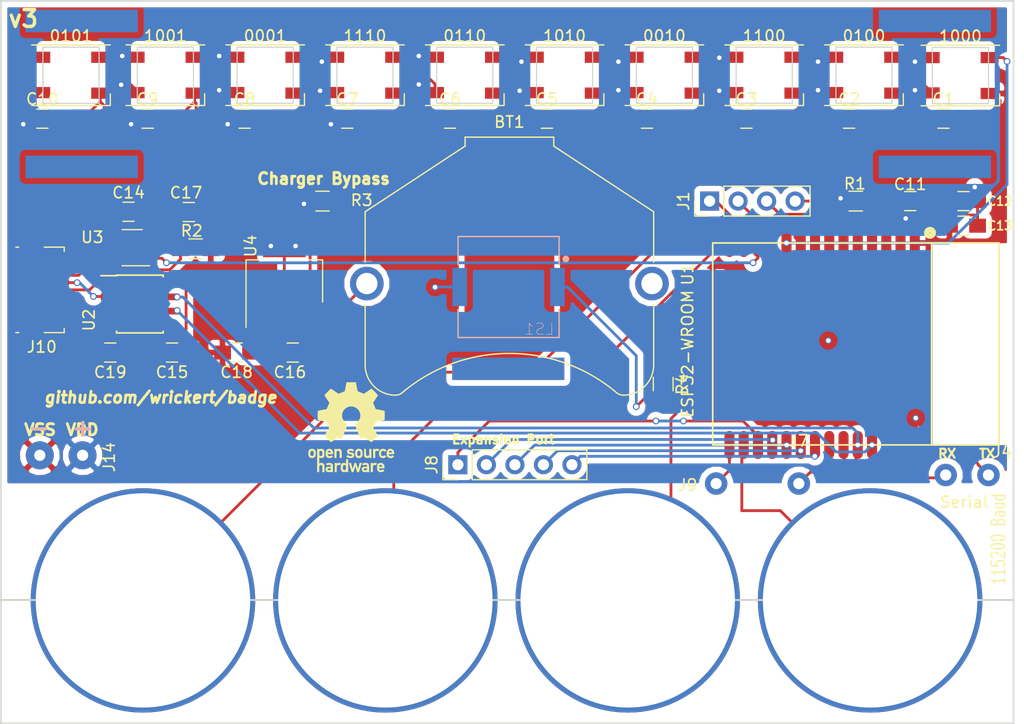
<source format=kicad_pcb>
(kicad_pcb (version 20171130) (host pcbnew 5.0.1)
  (layers (0 F.Cu signal) (31 B.Cu signal) (34 B.Paste user) (35 F.Paste user) (36 B.SilkS user) (37 F.SilkS user) (38 B.Mask user) (39 F.Mask user) (44 Edge.Cuts user))
  (net 0 "")
  (net 1 VDD)
  (net 2 VSS)
  (net 3 SPI)
  (net 4 "Net-(LED1-Pad2)")
  (net 5 "Net-(LED2-Pad2)")
  (net 6 "Net-(LED3-Pad2)")
  (net 7 "Net-(LED4-Pad2)")
  (net 8 "Net-(LED5-Pad2)")
  (net 9 "Net-(LED6-Pad2)")
  (net 10 "Net-(LED7-Pad2)")
  (net 11 "Net-(LED8-Pad2)")
  (net 12 "Net-(LED10-Pad4)")
  (net 13 "Net-(LED10-Pad2)")
  (net 14 IO23)
  (net 15 IO22)
  (net 16 TX)
  (net 17 RX)
  (net 18 IO21)
  (net 19 "Net-(U1-Pad32)")
  (net 20 IO19)
  (net 21 IO18)
  (net 22 IO5)
  (net 23 IO17)
  (net 24 IO16)
  (net 25 P0)
  (net 26 IO0)
  (net 27 P3)
  (net 28 IO13)
  (net 29 P1)
  (net 30 IO27)
  (net 31 IO33)
  (net 32 IO32)
  (net 33 IO35)
  (net 34 IO34)
  (net 35 "Net-(C11-Pad1)")
  (net 36 P2)
  (net 37 VDDA)
  (net 38 VBUS)
  (net 39 "Net-(C15-Pad1)")
  (net 40 "Net-(J10-Pad2)")
  (net 41 "Net-(R2-Pad1)")
  (net 42 "Net-(U1-Pad22)")
  (net 43 "Net-(U1-Pad21)")
  (net 44 "Net-(U1-Pad20)")
  (net 45 "Net-(U1-Pad19)")
  (net 46 "Net-(U1-Pad18)")
  (net 47 "Net-(U1-Pad17)")
  (net 48 "Net-(U1-Pad11)")
  (net 49 "Net-(U1-Pad5)")
  (net 50 "Net-(U1-Pad4)")
  (net 51 "Net-(J10-Pad3)")
  (net 52 "Net-(U2-Pad4)")
  (net 53 "Net-(J10-Pad4)")
  (net 54 "Net-(LS1-Pad1)")
  (module Housings_SOIC:SOIC-8_3.9x4.9mm_Pitch1.27mm (layer F.Cu) (at 93.706 115.82)
    (fp_text reference U2 (at -4.536 1.427 90) (layer F.SilkS))
    (fp_text value otter_CH330)
    (pad 8 smd rect (at 2.7 -1.905) (size 1.55 0.6) (layers F.Cu F.Paste F.Mask) (net 39 "Net-(C15-Pad1)"))
    (pad 7 smd rect (at 2.7 -0.635) (size 1.55 0.6) (layers F.Cu F.Paste F.Mask) (net 17 RX))
    (pad 6 smd rect (at 2.7 0.635) (size 1.55 0.6) (layers F.Cu F.Paste F.Mask) (net 16 TX))
    (pad 5 smd rect (at 2.7 1.905) (size 1.55 0.6) (layers F.Cu F.Paste F.Mask) (net 38 VBUS))
    (pad 4 smd rect (at -2.7 1.905) (size 1.55 0.6) (layers F.Cu F.Paste F.Mask) (net 52 "Net-(U2-Pad4)"))
    (pad 3 smd rect (at -2.7 0.635) (size 1.55 0.6) (layers F.Cu F.Paste F.Mask) (net 2 VSS))
    (pad 2 smd rect (at -2.7 -0.635) (size 1.55 0.6) (layers F.Cu F.Paste F.Mask) (net 40 "Net-(J10-Pad2)"))
    (pad 1 smd rect (at -2.7 -1.905) (size 1.55 0.6) (layers F.Cu F.Paste F.Mask) (net 51 "Net-(J10-Pad3)"))
  )
  (module Badge:WS2812B-Sunken (layer F.Cu) (at 87.57 95.428576)
    (fp_text reference 0101 (at 0 -3.5) (layer F.SilkS))
    (fp_text value WS2812B)
    (fp_line (start 2.5 -2.5) (end -2.5 -2.5) (layer Edge.Cuts) (width 0.1))
    (fp_line (start 2.5 2.5) (end 2.5 -2.5) (layer Edge.Cuts) (width 0.1))
    (fp_line (start -2.5 2.5) (end 2.5 2.5) (layer Edge.Cuts) (width 0.1))
    (fp_line (start -2.5 -2.5) (end -2.5 2.5) (layer Edge.Cuts) (width 0.1))
    (pad 1 smd rect (at -2.65 -1.6) (size 1.6 1) (layers F.Cu F.Paste F.Mask) (net 1 VDD))
    (pad 2 smd rect (at -2.65 1.55) (size 1.6 1) (layers F.Cu F.Paste F.Mask) (net 13 "Net-(LED10-Pad2)"))
    (pad 4 smd rect (at 2.6 -1.6) (size 1.6 1) (layers F.Cu F.Paste F.Mask) (net 12 "Net-(LED10-Pad4)"))
    (pad 3 smd rect (at 2.6 1.6) (size 1.6 1) (layers F.Cu F.Paste F.Mask) (net 2 VSS))
  )
  (module Badge:WS2812B-Sunken (layer F.Cu) (at 104.865 95.425576)
    (fp_text reference 0001 (at 0 -3.5) (layer F.SilkS))
    (fp_text value WS2812B)
    (fp_line (start 2.5 -2.5) (end -2.5 -2.5) (layer Edge.Cuts) (width 0.1))
    (fp_line (start 2.5 2.5) (end 2.5 -2.5) (layer Edge.Cuts) (width 0.1))
    (fp_line (start -2.5 2.5) (end 2.5 2.5) (layer Edge.Cuts) (width 0.1))
    (fp_line (start -2.5 -2.5) (end -2.5 2.5) (layer Edge.Cuts) (width 0.1))
    (pad 1 smd rect (at -2.65 -1.6) (size 1.6 1) (layers F.Cu F.Paste F.Mask) (net 1 VDD))
    (pad 2 smd rect (at -2.65 1.55) (size 1.6 1) (layers F.Cu F.Paste F.Mask) (net 11 "Net-(LED8-Pad2)"))
    (pad 4 smd rect (at 2.6 -1.6) (size 1.6 1) (layers F.Cu F.Paste F.Mask) (net 10 "Net-(LED7-Pad2)"))
    (pad 3 smd rect (at 2.6 1.6) (size 1.6 1) (layers F.Cu F.Paste F.Mask) (net 2 VSS))
  )
  (module Badge:WS2812B-Sunken (layer F.Cu) (at 158.205 95.425576)
    (fp_text reference 0100 (at 0 -3.5) (layer F.SilkS))
    (fp_text value WS2812B)
    (fp_line (start 2.5 -2.5) (end -2.5 -2.5) (layer Edge.Cuts) (width 0.1))
    (fp_line (start 2.5 2.5) (end 2.5 -2.5) (layer Edge.Cuts) (width 0.1))
    (fp_line (start -2.5 2.5) (end 2.5 2.5) (layer Edge.Cuts) (width 0.1))
    (fp_line (start -2.5 -2.5) (end -2.5 2.5) (layer Edge.Cuts) (width 0.1))
    (pad 1 smd rect (at -2.65 -1.6) (size 1.6 1) (layers F.Cu F.Paste F.Mask) (net 1 VDD))
    (pad 2 smd rect (at -2.65 1.55) (size 1.6 1) (layers F.Cu F.Paste F.Mask) (net 5 "Net-(LED2-Pad2)"))
    (pad 4 smd rect (at 2.6 -1.6) (size 1.6 1) (layers F.Cu F.Paste F.Mask) (net 4 "Net-(LED1-Pad2)"))
    (pad 3 smd rect (at 2.6 1.6) (size 1.6 1) (layers F.Cu F.Paste F.Mask) (net 2 VSS))
  )
  (module Badge:WS2812B-Sunken (layer F.Cu) (at 166.795 95.453576)
    (fp_text reference 1000 (at 0 -3.5) (layer F.SilkS))
    (fp_text value WS2812B)
    (fp_line (start 2.5 -2.5) (end -2.5 -2.5) (layer Edge.Cuts) (width 0.1))
    (fp_line (start 2.5 2.5) (end 2.5 -2.5) (layer Edge.Cuts) (width 0.1))
    (fp_line (start -2.5 2.5) (end 2.5 2.5) (layer Edge.Cuts) (width 0.1))
    (fp_line (start -2.5 -2.5) (end -2.5 2.5) (layer Edge.Cuts) (width 0.1))
    (pad 1 smd rect (at -2.65 -1.6) (size 1.6 1) (layers F.Cu F.Paste F.Mask) (net 1 VDD))
    (pad 2 smd rect (at -2.65 1.55) (size 1.6 1) (layers F.Cu F.Paste F.Mask) (net 4 "Net-(LED1-Pad2)"))
    (pad 4 smd rect (at 2.6 -1.6) (size 1.6 1) (layers F.Cu F.Paste F.Mask) (net 3 SPI))
    (pad 3 smd rect (at 2.6 1.6) (size 1.6 1) (layers F.Cu F.Paste F.Mask) (net 2 VSS))
  )
  (module Badge:WS2812B-Sunken (layer F.Cu) (at 149.315 95.425576)
    (fp_text reference 1100 (at 0 -3.5) (layer F.SilkS))
    (fp_text value WS2812B)
    (fp_line (start 2.5 -2.5) (end -2.5 -2.5) (layer Edge.Cuts) (width 0.1))
    (fp_line (start 2.5 2.5) (end 2.5 -2.5) (layer Edge.Cuts) (width 0.1))
    (fp_line (start -2.5 2.5) (end 2.5 2.5) (layer Edge.Cuts) (width 0.1))
    (fp_line (start -2.5 -2.5) (end -2.5 2.5) (layer Edge.Cuts) (width 0.1))
    (pad 1 smd rect (at -2.65 -1.6) (size 1.6 1) (layers F.Cu F.Paste F.Mask) (net 1 VDD))
    (pad 2 smd rect (at -2.65 1.55) (size 1.6 1) (layers F.Cu F.Paste F.Mask) (net 6 "Net-(LED3-Pad2)"))
    (pad 4 smd rect (at 2.6 -1.6) (size 1.6 1) (layers F.Cu F.Paste F.Mask) (net 5 "Net-(LED2-Pad2)"))
    (pad 3 smd rect (at 2.6 1.6) (size 1.6 1) (layers F.Cu F.Paste F.Mask) (net 2 VSS))
  )
  (module Badge:WS2812B-Sunken (layer F.Cu) (at 140.425 95.425576)
    (fp_text reference 0010 (at 0 -3.5) (layer F.SilkS))
    (fp_text value WS2812B)
    (fp_line (start 2.5 -2.5) (end -2.5 -2.5) (layer Edge.Cuts) (width 0.1))
    (fp_line (start 2.5 2.5) (end 2.5 -2.5) (layer Edge.Cuts) (width 0.1))
    (fp_line (start -2.5 2.5) (end 2.5 2.5) (layer Edge.Cuts) (width 0.1))
    (fp_line (start -2.5 -2.5) (end -2.5 2.5) (layer Edge.Cuts) (width 0.1))
    (pad 1 smd rect (at -2.65 -1.6) (size 1.6 1) (layers F.Cu F.Paste F.Mask) (net 1 VDD))
    (pad 2 smd rect (at -2.65 1.55) (size 1.6 1) (layers F.Cu F.Paste F.Mask) (net 7 "Net-(LED4-Pad2)"))
    (pad 4 smd rect (at 2.6 -1.6) (size 1.6 1) (layers F.Cu F.Paste F.Mask) (net 6 "Net-(LED3-Pad2)"))
    (pad 3 smd rect (at 2.6 1.6) (size 1.6 1) (layers F.Cu F.Paste F.Mask) (net 2 VSS))
  )
  (module Badge:WS2812B-Sunken (layer F.Cu) (at 131.535 95.425576)
    (fp_text reference 1010 (at 0 -3.5) (layer F.SilkS))
    (fp_text value WS2812B)
    (fp_line (start 2.5 -2.5) (end -2.5 -2.5) (layer Edge.Cuts) (width 0.1))
    (fp_line (start 2.5 2.5) (end 2.5 -2.5) (layer Edge.Cuts) (width 0.1))
    (fp_line (start -2.5 2.5) (end 2.5 2.5) (layer Edge.Cuts) (width 0.1))
    (fp_line (start -2.5 -2.5) (end -2.5 2.5) (layer Edge.Cuts) (width 0.1))
    (pad 1 smd rect (at -2.65 -1.6) (size 1.6 1) (layers F.Cu F.Paste F.Mask) (net 1 VDD))
    (pad 2 smd rect (at -2.65 1.55) (size 1.6 1) (layers F.Cu F.Paste F.Mask) (net 8 "Net-(LED5-Pad2)"))
    (pad 4 smd rect (at 2.6 -1.6) (size 1.6 1) (layers F.Cu F.Paste F.Mask) (net 7 "Net-(LED4-Pad2)"))
    (pad 3 smd rect (at 2.6 1.6) (size 1.6 1) (layers F.Cu F.Paste F.Mask) (net 2 VSS))
  )
  (module Badge:WS2812B-Sunken (layer F.Cu) (at 122.645 95.425576)
    (fp_text reference 0110 (at 0 -3.5) (layer F.SilkS))
    (fp_text value WS2812B)
    (fp_line (start 2.5 -2.5) (end -2.5 -2.5) (layer Edge.Cuts) (width 0.1))
    (fp_line (start 2.5 2.5) (end 2.5 -2.5) (layer Edge.Cuts) (width 0.1))
    (fp_line (start -2.5 2.5) (end 2.5 2.5) (layer Edge.Cuts) (width 0.1))
    (fp_line (start -2.5 -2.5) (end -2.5 2.5) (layer Edge.Cuts) (width 0.1))
    (pad 1 smd rect (at -2.65 -1.6) (size 1.6 1) (layers F.Cu F.Paste F.Mask) (net 1 VDD))
    (pad 2 smd rect (at -2.65 1.55) (size 1.6 1) (layers F.Cu F.Paste F.Mask) (net 9 "Net-(LED6-Pad2)"))
    (pad 4 smd rect (at 2.6 -1.6) (size 1.6 1) (layers F.Cu F.Paste F.Mask) (net 8 "Net-(LED5-Pad2)"))
    (pad 3 smd rect (at 2.6 1.6) (size 1.6 1) (layers F.Cu F.Paste F.Mask) (net 2 VSS))
  )
  (module Badge:WS2812B-Sunken (layer F.Cu) (at 113.755 95.425576)
    (fp_text reference 1110 (at 0 -3.5) (layer F.SilkS))
    (fp_text value WS2812B)
    (fp_line (start 2.5 -2.5) (end -2.5 -2.5) (layer Edge.Cuts) (width 0.1))
    (fp_line (start 2.5 2.5) (end 2.5 -2.5) (layer Edge.Cuts) (width 0.1))
    (fp_line (start -2.5 2.5) (end 2.5 2.5) (layer Edge.Cuts) (width 0.1))
    (fp_line (start -2.5 -2.5) (end -2.5 2.5) (layer Edge.Cuts) (width 0.1))
    (pad 1 smd rect (at -2.65 -1.6) (size 1.6 1) (layers F.Cu F.Paste F.Mask) (net 1 VDD))
    (pad 2 smd rect (at -2.65 1.55) (size 1.6 1) (layers F.Cu F.Paste F.Mask) (net 10 "Net-(LED7-Pad2)"))
    (pad 4 smd rect (at 2.6 -1.6) (size 1.6 1) (layers F.Cu F.Paste F.Mask) (net 9 "Net-(LED6-Pad2)"))
    (pad 3 smd rect (at 2.6 1.6) (size 1.6 1) (layers F.Cu F.Paste F.Mask) (net 2 VSS))
  )
  (module Badge:WS2812B-Sunken (layer F.Cu) (at 95.975 95.425576)
    (fp_text reference 1001 (at 0 -3.5) (layer F.SilkS))
    (fp_text value WS2812B)
    (fp_line (start 2.5 -2.5) (end -2.5 -2.5) (layer Edge.Cuts) (width 0.1))
    (fp_line (start 2.5 2.5) (end 2.5 -2.5) (layer Edge.Cuts) (width 0.1))
    (fp_line (start -2.5 2.5) (end 2.5 2.5) (layer Edge.Cuts) (width 0.1))
    (fp_line (start -2.5 -2.5) (end -2.5 2.5) (layer Edge.Cuts) (width 0.1))
    (pad 1 smd rect (at -2.65 -1.6) (size 1.6 1) (layers F.Cu F.Paste F.Mask) (net 1 VDD))
    (pad 2 smd rect (at -2.65 1.55) (size 1.6 1) (layers F.Cu F.Paste F.Mask) (net 12 "Net-(LED10-Pad4)"))
    (pad 4 smd rect (at 2.6 -1.6) (size 1.6 1) (layers F.Cu F.Paste F.Mask) (net 11 "Net-(LED8-Pad2)"))
    (pad 3 smd rect (at 2.6 1.6) (size 1.6 1) (layers F.Cu F.Paste F.Mask) (net 2 VSS))
  )
  (module ESP32-footprints-Lib:ESP32-WROOM (layer F.Cu) (at 157.48 119.38 90)
    (fp_text reference U1 (at 6.223 -14.986 90) (layer F.SilkS))
    (fp_text value ESP32-WROOM)
    (fp_text user ESP32-WROOM (at -0.889 -14.986 270) (layer F.SilkS))
    (pad 38 smd oval (at -9 5.25 90) (size 2.5 0.9) (layers F.Cu F.Paste F.Mask) (net 2 VSS))
    (pad 37 smd oval (at -9 3.98 90) (size 2.5 0.9) (layers F.Cu F.Paste F.Mask) (net 14 IO23))
    (pad 36 smd oval (at -9 2.71 90) (size 2.5 0.9) (layers F.Cu F.Paste F.Mask) (net 15 IO22))
    (pad 35 smd oval (at -9 1.44 90) (size 2.5 0.9) (layers F.Cu F.Paste F.Mask) (net 16 TX))
    (pad 34 smd oval (at -9 0.17 90) (size 2.5 0.9) (layers F.Cu F.Paste F.Mask) (net 17 RX))
    (pad 33 smd oval (at -9 -1.1 90) (size 2.5 0.9) (layers F.Cu F.Paste F.Mask) (net 18 IO21))
    (pad 32 smd oval (at -9 -2.37 90) (size 2.5 0.9) (layers F.Cu F.Paste F.Mask) (net 19 "Net-(U1-Pad32)"))
    (pad 31 smd oval (at -9 -3.64 90) (size 2.5 0.9) (layers F.Cu F.Paste F.Mask) (net 20 IO19))
    (pad 30 smd oval (at -9 -4.91 90) (size 2.5 0.9) (layers F.Cu F.Paste F.Mask) (net 21 IO18))
    (pad 29 smd oval (at -9 -6.18 90) (size 2.5 0.9) (layers F.Cu F.Paste F.Mask) (net 22 IO5))
    (pad 28 smd oval (at -9 -7.45 90) (size 2.5 0.9) (layers F.Cu F.Paste F.Mask) (net 23 IO17))
    (pad 27 smd oval (at -9 -8.72 90) (size 2.5 0.9) (layers F.Cu F.Paste F.Mask) (net 24 IO16))
    (pad 26 smd oval (at -9 -9.99 90) (size 2.5 0.9) (layers F.Cu F.Paste F.Mask) (net 25 P0))
    (pad 25 smd oval (at -9 -11.26 90) (size 2.5 0.9) (layers F.Cu F.Paste F.Mask) (net 26 IO0))
    (pad 24 smd oval (at -5.715 -12.75 90) (size 0.9 2.5) (layers F.Cu F.Paste F.Mask) (net 2 VSS))
    (pad 23 smd oval (at -4.445 -12.75 90) (size 0.9 2.5) (layers F.Cu F.Paste F.Mask) (net 29 P1))
    (pad 22 smd oval (at -3.175 -12.75 90) (size 0.9 2.5) (layers F.Cu F.Paste F.Mask) (net 42 "Net-(U1-Pad22)"))
    (pad 21 smd oval (at -1.905 -12.75 90) (size 0.9 2.5) (layers F.Cu F.Paste F.Mask) (net 43 "Net-(U1-Pad21)"))
    (pad 20 smd oval (at -0.635 -12.75 90) (size 0.9 2.5) (layers F.Cu F.Paste F.Mask) (net 44 "Net-(U1-Pad20)"))
    (pad 19 smd oval (at 0.635 -12.75 90) (size 0.9 2.5) (layers F.Cu F.Paste F.Mask) (net 45 "Net-(U1-Pad19)"))
    (pad 18 smd oval (at 1.905 -12.75 90) (size 0.9 2.5) (layers F.Cu F.Paste F.Mask) (net 46 "Net-(U1-Pad18)"))
    (pad 17 smd oval (at 3.175 -12.75 90) (size 0.9 2.5) (layers F.Cu F.Paste F.Mask) (net 47 "Net-(U1-Pad17)"))
    (pad 16 smd oval (at 4.445 -12.75 90) (size 0.9 2.5) (layers F.Cu F.Paste F.Mask) (net 28 IO13))
    (pad 15 smd oval (at 5.715 -12.75 90) (size 0.9 2.5) (layers F.Cu F.Paste F.Mask) (net 2 VSS))
    (pad 14 smd oval (at 9 -11.26 90) (size 2.5 0.9) (layers F.Cu F.Paste F.Mask) (net 36 P2))
    (pad 13 smd oval (at 9 -9.99 90) (size 2.5 0.9) (layers F.Cu F.Paste F.Mask) (net 27 P3))
    (pad 12 smd oval (at 9 -8.72 90) (size 2.5 0.9) (layers F.Cu F.Paste F.Mask) (net 30 IO27))
    (pad 11 smd oval (at 9 -7.45 90) (size 2.5 0.9) (layers F.Cu F.Paste F.Mask) (net 48 "Net-(U1-Pad11)"))
    (pad 10 smd oval (at 9 -6.18 90) (size 2.5 0.9) (layers F.Cu F.Paste F.Mask) (net 3 SPI))
    (pad 9 smd oval (at 9 -4.91 90) (size 2.5 0.9) (layers F.Cu F.Paste F.Mask) (net 31 IO33))
    (pad 8 smd oval (at 9 -3.64 90) (size 2.5 0.9) (layers F.Cu F.Paste F.Mask) (net 32 IO32))
    (pad 7 smd oval (at 9 -2.37 90) (size 2.5 0.9) (layers F.Cu F.Paste F.Mask) (net 33 IO35))
    (pad 6 smd oval (at 9 -1.1 90) (size 2.5 0.9) (layers F.Cu F.Paste F.Mask) (net 34 IO34))
    (pad 5 smd oval (at 9 0.17 90) (size 2.5 0.9) (layers F.Cu F.Paste F.Mask) (net 49 "Net-(U1-Pad5)"))
    (pad 4 smd oval (at 9 1.44 90) (size 2.5 0.9) (layers F.Cu F.Paste F.Mask) (net 50 "Net-(U1-Pad4)"))
    (pad 3 smd oval (at 9 2.71 90) (size 2.5 0.9) (layers F.Cu F.Paste F.Mask) (net 35 "Net-(C11-Pad1)"))
    (pad 2 smd oval (at 9 3.98 90) (size 2.5 0.9) (layers F.Cu F.Paste F.Mask) (net 1 VDD))
    (pad 1 smd oval (at 9 5.25 90) (size 2.5 0.9) (layers F.Cu F.Paste F.Mask) (net 2 VSS))
    (pad 39 smd rect (at 0.3 -2.45 90) (size 6 6) (layers F.Cu F.Paste F.Mask) (net 2 VSS))
  )
  (module Battery_Holders:Keystone_3009_1x2450-CoinCell (layer F.Cu) (at 126.62 113.997)
    (fp_text reference BT1 (at 0 -14.4) (layer F.SilkS))
    (fp_text value Battery_Cell)
    (pad 2 smd rect (at 0 0) (size 8 8) (layers F.Cu F.Mask) (net 2 VSS))
    (pad 1 thru_hole circle (at 12.7 0) (size 3 3) (drill 1.9) (layers *.Cu *.Mask))
    (pad 1 thru_hole circle (at -12.7 0) (size 3 3) (drill 1.9) (layers *.Cu *.Mask) (net 37 VDDA))
  )
  (module Capacitors_SMD:C_0805_HandSoldering (layer F.Cu) (at 165.284 99.301)
    (fp_text reference C1 (at 0 -1.75) (layer F.SilkS))
    (fp_text value 0.1uF)
    (pad 1 smd rect (at -1.25 0) (size 1.5 1.25) (layers F.Cu F.Paste F.Mask) (net 1 VDD))
    (pad 2 smd rect (at 1.25 0) (size 1.5 1.25) (layers F.Cu F.Paste F.Mask) (net 2 VSS))
  )
  (module Capacitors_SMD:C_0805_HandSoldering (layer F.Cu) (at 156.882 99.301)
    (fp_text reference C2 (at 0 -1.75) (layer F.SilkS))
    (fp_text value 0.1uF)
    (pad 1 smd rect (at -1.25 0) (size 1.5 1.25) (layers F.Cu F.Paste F.Mask) (net 1 VDD))
    (pad 2 smd rect (at 1.25 0) (size 1.5 1.25) (layers F.Cu F.Paste F.Mask) (net 2 VSS))
  )
  (module Capacitors_SMD:C_0805_HandSoldering (layer F.Cu) (at 147.738 99.301)
    (fp_text reference C3 (at 0 -1.75) (layer F.SilkS))
    (fp_text value 0.1uF)
    (pad 1 smd rect (at -1.25 0) (size 1.5 1.25) (layers F.Cu F.Paste F.Mask) (net 1 VDD))
    (pad 2 smd rect (at 1.25 0) (size 1.5 1.25) (layers F.Cu F.Paste F.Mask) (net 2 VSS))
  )
  (module Capacitors_SMD:C_0805_HandSoldering (layer F.Cu) (at 138.868 99.301)
    (fp_text reference C4 (at 0 -1.75) (layer F.SilkS))
    (fp_text value 0.1uF)
    (pad 1 smd rect (at -1.25 0) (size 1.5 1.25) (layers F.Cu F.Paste F.Mask) (net 1 VDD))
    (pad 2 smd rect (at 1.25 0) (size 1.5 1.25) (layers F.Cu F.Paste F.Mask) (net 2 VSS))
  )
  (module Capacitors_SMD:C_0805_HandSoldering (layer F.Cu) (at 129.958 99.301)
    (fp_text reference C5 (at 0 -1.75) (layer F.SilkS))
    (fp_text value 0.1uF)
    (pad 1 smd rect (at -1.25 0) (size 1.5 1.25) (layers F.Cu F.Paste F.Mask) (net 1 VDD))
    (pad 2 smd rect (at 1.25 0) (size 1.5 1.25) (layers F.Cu F.Paste F.Mask) (net 2 VSS))
  )
  (module Capacitors_SMD:C_0805_HandSoldering (layer F.Cu) (at 121.322 99.301)
    (fp_text reference C6 (at 0 -1.75) (layer F.SilkS))
    (fp_text value 0.1uF)
    (pad 1 smd rect (at -1.25 0) (size 1.5 1.25) (layers F.Cu F.Paste F.Mask) (net 1 VDD))
    (pad 2 smd rect (at 1.25 0) (size 1.5 1.25) (layers F.Cu F.Paste F.Mask) (net 2 VSS))
  )
  (module Capacitors_SMD:C_0805_HandSoldering (layer F.Cu) (at 112.178 99.301)
    (fp_text reference C7 (at 0 -1.75) (layer F.SilkS))
    (fp_text value 0.1uF)
    (pad 1 smd rect (at -1.25 0) (size 1.5 1.25) (layers F.Cu F.Paste F.Mask) (net 1 VDD))
    (pad 2 smd rect (at 1.25 0) (size 1.5 1.25) (layers F.Cu F.Paste F.Mask) (net 2 VSS))
  )
  (module Capacitors_SMD:C_0805_HandSoldering (layer F.Cu) (at 103.034 99.301)
    (fp_text reference C8 (at 0 -1.75) (layer F.SilkS))
    (fp_text value 0.1uF)
    (pad 1 smd rect (at -1.25 0) (size 1.5 1.25) (layers F.Cu F.Paste F.Mask) (net 1 VDD))
    (pad 2 smd rect (at 1.25 0) (size 1.5 1.25) (layers F.Cu F.Paste F.Mask) (net 2 VSS))
  )
  (module Capacitors_SMD:C_0805_HandSoldering (layer F.Cu) (at 94.398 99.301)
    (fp_text reference C9 (at 0 -1.75) (layer F.SilkS))
    (fp_text value 0.1uF)
    (pad 1 smd rect (at -1.25 0) (size 1.5 1.25) (layers F.Cu F.Paste F.Mask) (net 1 VDD))
    (pad 2 smd rect (at 1.25 0) (size 1.5 1.25) (layers F.Cu F.Paste F.Mask) (net 2 VSS))
  )
  (module Capacitors_SMD:C_0805_HandSoldering (layer F.Cu) (at 85.02 99.301)
    (fp_text reference C10 (at 0 -1.75) (layer F.SilkS))
    (fp_text value 0.1uF)
    (pad 1 smd rect (at -1.25 0) (size 1.5 1.25) (layers F.Cu F.Paste F.Mask) (net 1 VDD))
    (pad 2 smd rect (at 1.25 0) (size 1.5 1.25) (layers F.Cu F.Paste F.Mask) (net 2 VSS))
  )
  (module Capacitors_SMD:C_0805_HandSoldering (layer F.Cu) (at 162.32 106.647)
    (fp_text reference C11 (at 0 -1.5) (layer F.SilkS))
    (fp_text value 0.1uF)
    (pad 1 smd rect (at -1.25 0) (size 1.5 1.25) (layers F.Cu F.Paste F.Mask) (net 35 "Net-(C11-Pad1)"))
    (pad 2 smd rect (at 1.25 0) (size 1.5 1.25) (layers F.Cu F.Paste F.Mask) (net 2 VSS))
  )
  (module Capacitors_SMD:C_0805_HandSoldering (layer F.Cu) (at 167.07 106.647)
    (fp_text reference C12 (at 3.25 0) (layer F.SilkS) (effects (font (size 0.8 0.75))))
    (fp_text value 0.1uF)
    (pad 1 smd rect (at -1.25 0) (size 1.5 1.25) (layers F.Cu F.Paste F.Mask) (net 2 VSS))
    (pad 2 smd rect (at 1.25 0) (size 1.5 1.25) (layers F.Cu F.Paste F.Mask) (net 1 VDD))
  )
  (module Capacitors_SMD:C_0805_HandSoldering (layer F.Cu) (at 167.07 108.839)
    (fp_text reference C13 (at 3.25 0.004) (layer F.SilkS) (effects (font (size 0.8 0.75))))
    (fp_text value 10uF)
    (pad 1 smd rect (at -1.25 0) (size 1.5 1.25) (layers F.Cu F.Paste F.Mask) (net 2 VSS))
    (pad 2 smd rect (at 1.25 0) (size 1.5 1.25) (layers F.Cu F.Paste F.Mask) (net 1 VDD))
  )
  (module Resistors_SMD:R_0805_HandSoldering (layer F.Cu) (at 157.47 106.647)
    (fp_text reference R1 (at -0.0762 -1.5494) (layer F.SilkS))
    (fp_text value 10k)
    (pad 1 smd rect (at -1.35 0) (size 1.5 1.3) (layers F.Cu F.Paste F.Mask) (net 1 VDD))
    (pad 2 smd rect (at 1.35 0) (size 1.5 1.3) (layers F.Cu F.Paste F.Mask) (net 35 "Net-(C11-Pad1)"))
  )
  (module Wire_Pads:Penny (layer F.Cu) (at 93.98 142.24)
    (fp_text reference J5 (at -6.06 5.757) (layer F.SilkS))
    (fp_text value Penny3)
    (pad 1 thru_hole circle (at 0 0) (size 20 20) (drill 19.1) (layers *.Mask F.Cu) (net 27 P3))
  )
  (module Wire_Pads:Penny (layer F.Cu) (at 115.57 142.24)
    (fp_text reference J11 (at -5.25 5.757) (layer F.SilkS))
    (fp_text value Penny2)
    (pad 1 thru_hole circle (at 0 0) (size 20 20) (drill 19.1) (layers *.Mask F.Cu) (net 36 P2))
  )
  (module Wire_Pads:Penny (layer F.Cu) (at 137.16 142.24)
    (fp_text reference J12 (at -4.84 6.557) (layer F.SilkS))
    (fp_text value Penny1)
    (pad 1 thru_hole circle (at 0 0) (size 20 20) (drill 19.1) (layers *.Mask F.Cu) (net 29 P1))
  )
  (module Wire_Pads:Penny (layer F.Cu) (at 158.75 142.24)
    (fp_text reference J13 (at -5.23 5.757) (layer F.SilkS))
    (fp_text value Penny0)
    (pad 1 thru_hole circle (at 0 0) (size 20 20) (drill 19.1) (layers *.Mask F.Cu) (net 25 P0))
  )
  (module Wire_Pads:SolderWirePad_2x_1mmDrill (layer F.Cu) (at 167.386 131.064)
    (fp_text reference J4 (at 3.134 -2.067) (layer F.SilkS))
    (fp_text value Serial (at -0.254 2.413) (layer F.SilkS))
    (pad 1 thru_hole circle (at -1.905 0) (size 2 2) (drill 1.00076) (layers *.Cu *.Mask) (net 17 RX))
    (pad 1 thru_hole circle (at 1.905 0) (size 2 2) (drill 1.00076) (layers *.Cu *.Mask) (net 16 TX))
  )
  (module Wire_Pads:SolderWirePad_single_1mmDrill (layer F.Cu) (at 152.4 131.826)
    (fp_text reference J7 (at 0 -3.81) (layer F.SilkS))
    (fp_text value Right2)
    (pad 1 thru_hole circle (at 0 0) (size 2 2) (drill 1.00076) (layers *.Cu *.Mask) (net 18 IO21))
  )
  (module Wire_Pads:SolderWirePad_single_1mmDrill (layer F.Cu) (at 145.034 131.826)
    (fp_text reference J9 (at -2.54 0.127) (layer F.SilkS))
    (fp_text value Right4)
    (pad 1 thru_hole circle (at 0 0) (size 2 2) (drill 1.00076) (layers *.Cu *.Mask) (net 26 IO0))
  )
  (module Wire_Pads:SolderWirePad_2x_1mmDrill (layer F.Cu) (at 86.695 129.307 180)
    (fp_text reference J14 (at -4.2668 -0.1688 270) (layer F.SilkS))
    (fp_text value Power)
    (pad 1 thru_hole circle (at -1.905 0 180) (size 2.49936 2.49936) (drill 1.00076) (layers *.Cu *.Mask) (net 1 VDD))
    (pad 1 thru_hole circle (at 1.905 0 180) (size 2.49936 2.49936) (drill 1.00076) (layers *.Cu *.Mask) (net 2 VSS))
  )
  (module PKMCS0909E4000-R1:XDCR_PKMCS0909E4000-R1 (layer B.Cu) (at 126.545 114.305 180)
    (fp_text reference LS1 (at -2.725 -3.75 180) (layer B.SilkS) (effects (font (size 1.00189 1.00189) (thickness 0.05)) (justify mirror)))
    (fp_text value PKMCS0909E4000-R1)
    (pad 1 smd rect (at -4.35 0 180) (size 1.3 3.4) (layers B.Cu B.Paste B.Mask) (net 54 "Net-(LS1-Pad1)"))
    (pad 2 smd rect (at 4.35 0 180) (size 1.3 3.4) (layers B.Cu B.Paste B.Mask) (net 2 VSS))
  )
  (module Symbols:OSHW-Logo_7.5x8mm_SilkScreen (layer F.Cu) (at 112.52 126.797)
    (fp_text reference REF*** hide)
    (fp_text value OSHW-Logo_7.5x8mm_SilkScreen hide)
  )
  (module Capacitors_SMD:C_0805_HandSoldering (layer F.Cu) (at 92.695 107.597 180)
    (fp_text reference C14 (at 0 1.7 180) (layer F.SilkS))
    (fp_text value 4.7uF)
    (pad 1 smd rect (at -1.25 0 180) (size 1.5 1.25) (layers F.Cu F.Paste F.Mask) (net 2 VSS))
    (pad 2 smd rect (at 1.25 0 180) (size 1.5 1.25) (layers F.Cu F.Paste F.Mask) (net 38 VBUS))
  )
  (module Capacitors_SMD:C_0805_HandSoldering (layer F.Cu) (at 96.57 120.147 180)
    (fp_text reference C15 (at 0 -1.75 180) (layer F.SilkS))
    (fp_text value 0.1uF)
    (pad 2 smd rect (at 1.25 0 180) (size 1.5 1.25) (layers F.Cu F.Paste F.Mask) (net 2 VSS))
    (pad 1 smd rect (at -1.25 0 180) (size 1.5 1.25) (layers F.Cu F.Paste F.Mask) (net 39 "Net-(C15-Pad1)"))
  )
  (module Capacitors_SMD:C_0805_HandSoldering (layer F.Cu) (at 107.32 120.147)
    (fp_text reference C16 (at -0.25 1.75) (layer F.SilkS))
    (fp_text value 1uF)
    (pad 2 smd rect (at 1.25 0) (size 1.5 1.25) (layers F.Cu F.Paste F.Mask) (net 2 VSS))
    (pad 1 smd rect (at -1.25 0) (size 1.5 1.25) (layers F.Cu F.Paste F.Mask) (net 37 VDDA))
  )
  (module Capacitors_SMD:C_0805_HandSoldering (layer F.Cu) (at 98.07 107.622)
    (fp_text reference C17 (at -0.25 -1.725) (layer F.SilkS))
    (fp_text value 4.7uF)
    (pad 2 smd rect (at 1.25 0) (size 1.5 1.25) (layers F.Cu F.Paste F.Mask) (net 37 VDDA))
    (pad 1 smd rect (at -1.25 0) (size 1.5 1.25) (layers F.Cu F.Paste F.Mask) (net 2 VSS))
  )
  (module Capacitors_SMD:C_0805_HandSoldering (layer F.Cu) (at 102.32 120.147 180)
    (fp_text reference C18 (at 0 -1.75 180) (layer F.SilkS))
    (fp_text value 1uF)
    (pad 1 smd rect (at -1.25 0 180) (size 1.5 1.25) (layers F.Cu F.Paste F.Mask) (net 1 VDD))
    (pad 2 smd rect (at 1.25 0 180) (size 1.5 1.25) (layers F.Cu F.Paste F.Mask) (net 2 VSS))
  )
  (module Capacitors_SMD:C_0805_HandSoldering (layer F.Cu) (at 91.07 120.147)
    (fp_text reference C19 (at 0 1.75) (layer F.SilkS))
    (fp_text value 0.1uF)
    (pad 1 smd rect (at -1.25 0) (size 1.5 1.25) (layers F.Cu F.Paste F.Mask) (net 2 VSS))
    (pad 2 smd rect (at 1.25 0) (size 1.5 1.25) (layers F.Cu F.Paste F.Mask) (net 38 VBUS))
  )
  (module Pin_Headers:Pin_Header_Straight_1x05_Pitch2.54mm (layer F.Cu) (at 122.03 130.147 90)
    (fp_text reference J8 (at 0 -2.33 90) (layer F.SilkS))
    (fp_text value Right3)
    (pad 1 thru_hole rect (at 0 0 90) (size 1.7 1.7) (drill 1) (layers *.Cu *.Mask) (net 24 IO16))
    (pad 2 thru_hole oval (at 0 2.54 90) (size 1.7 1.7) (drill 1) (layers *.Cu *.Mask) (net 23 IO17))
    (pad 3 thru_hole oval (at 0 5.08 90) (size 1.7 1.7) (drill 1) (layers *.Cu *.Mask) (net 22 IO5))
    (pad 4 thru_hole oval (at 0 7.62 90) (size 1.7 1.7) (drill 1) (layers *.Cu *.Mask) (net 21 IO18))
    (pad 5 thru_hole oval (at 0 10.16 90) (size 1.7 1.7) (drill 1) (layers *.Cu *.Mask) (net 20 IO19))
  )
  (module Resistors_SMD:R_0805_HandSoldering (layer F.Cu) (at 98.67 110.897)
    (fp_text reference R2 (at -0.35 -1.6) (layer F.SilkS))
    (fp_text value 2k)
    (pad 1 smd rect (at -1.35 0) (size 1.5 1.3) (layers F.Cu F.Paste F.Mask) (net 41 "Net-(R2-Pad1)"))
    (pad 2 smd rect (at 1.35 0) (size 1.5 1.3) (layers F.Cu F.Paste F.Mask) (net 2 VSS))
  )
  (module TO_SOT_Packages_SMD:SOT-223-3_TabPin2 (layer F.Cu) (at 106.57 113.797 90)
    (fp_text reference U4 (at 3.15 -3 90) (layer F.SilkS))
    (fp_text value TLV1117-33)
    (pad 2 smd rect (at 3.15 0 90) (size 2 3.8) (layers F.Cu F.Paste F.Mask) (net 1 VDD))
    (pad 2 smd rect (at -3.15 0 90) (size 2 1.5) (layers F.Cu F.Paste F.Mask) (net 1 VDD))
    (pad 3 smd rect (at -3.15 2.3 90) (size 2 1.5) (layers F.Cu F.Paste F.Mask) (net 37 VDDA))
    (pad 1 smd rect (at -3.15 -2.3 90) (size 2 1.5) (layers F.Cu F.Paste F.Mask) (net 2 VSS))
  )
  (module Connectors_USB:USB_Micro-B_Molex_47346-0001 (layer F.Cu) (at 84.054 114.561 270)
    (fp_text reference J10 (at 5.086 -0.916 180) (layer F.SilkS))
    (fp_text value USB_B_Micro)
    (pad 1 smd rect (at -1.3 -2.66 270) (size 0.45 1.38) (layers F.Cu F.Paste F.Mask) (net 38 VBUS))
    (pad 2 smd rect (at -0.65 -2.66 270) (size 0.45 1.38) (layers F.Cu F.Paste F.Mask) (net 40 "Net-(J10-Pad2)"))
    (pad 3 smd rect (at 0 -2.66 270) (size 0.45 1.38) (layers F.Cu F.Paste F.Mask) (net 51 "Net-(J10-Pad3)"))
    (pad 4 smd rect (at 0.65 -2.66 270) (size 0.45 1.38) (layers F.Cu F.Paste F.Mask) (net 53 "Net-(J10-Pad4)"))
    (pad 5 smd rect (at 1.3 -2.66 270) (size 0.45 1.38) (layers F.Cu F.Paste F.Mask) (net 2 VSS))
    (pad 6 smd rect (at -2.4625 -2.3 270) (size 1.475 2.1) (layers F.Cu F.Paste F.Mask) (net 2 VSS))
    (pad 6 smd rect (at 2.4625 -2.3 270) (size 1.475 2.1) (layers F.Cu F.Paste F.Mask) (net 2 VSS))
    (pad 6 smd rect (at -2.91 0 270) (size 2.375 1.9) (layers F.Cu F.Paste F.Mask) (net 2 VSS))
    (pad 6 smd rect (at 2.91 0 270) (size 2.375 1.9) (layers F.Cu F.Paste F.Mask) (net 2 VSS))
    (pad 6 smd rect (at -0.84 0 270) (size 1.175 1.9) (layers F.Cu F.Paste F.Mask) (net 2 VSS))
    (pad 6 smd rect (at 0.84 0 270) (size 1.175 1.9) (layers F.Cu F.Paste F.Mask) (net 2 VSS))
  )
  (module Resistors_SMD:R_0805_HandSoldering (layer F.Cu) (at 109.97 106.647)
    (fp_text reference R3 (at 3.49 -0.076) (layer F.SilkS))
    (fp_text value 0ohm)
    (pad 1 smd rect (at -1.35 0) (size 1.5 1.3) (layers F.Cu F.Paste F.Mask) (net 1 VDD))
    (pad 2 smd rect (at 1.35 0) (size 1.5 1.3) (layers F.Cu F.Paste F.Mask) (net 37 VDDA))
  )
  (module TO_SOT_Packages_SMD:SOT-23-5_HandSoldering (layer F.Cu) (at 93.024 110.801 180)
    (fp_text reference U3 (at 3.554 0.929 180) (layer F.SilkS))
    (fp_text value MCP73831-2-OT)
    (pad 1 smd rect (at -1.35 -0.95 180) (size 1.56 0.65) (layers F.Cu F.Paste F.Mask) (net 30 IO27))
    (pad 2 smd rect (at -1.35 0 180) (size 1.56 0.65) (layers F.Cu F.Paste F.Mask) (net 2 VSS))
    (pad 3 smd rect (at -1.35 0.95 180) (size 1.56 0.65) (layers F.Cu F.Paste F.Mask) (net 37 VDDA))
    (pad 4 smd rect (at 1.35 0.95 180) (size 1.56 0.65) (layers F.Cu F.Paste F.Mask) (net 38 VBUS))
    (pad 5 smd rect (at 1.35 -0.95 180) (size 1.56 0.65) (layers F.Cu F.Paste F.Mask) (net 41 "Net-(R2-Pad1)"))
  )
  (module Resistors_SMD:R_0805_HandSoldering (layer F.Cu) (at 140.32 122.947 270)
    (fp_text reference R4 (at 0 -1.7 270) (layer F.SilkS))
    (fp_text value 22ohm)
    (pad 1 smd rect (at -1.35 0 270) (size 1.5 1.3) (layers F.Cu F.Paste F.Mask) (net 28 IO13))
    (pad 2 smd rect (at 1.35 0 270) (size 1.5 1.3) (layers F.Cu F.Paste F.Mask) (net 54 "Net-(LS1-Pad1)"))
  )
  (module Pin_Headers:Pin_Header_Straight_1x04_Pitch2.54mm (layer F.Cu) (at 144.45 106.647 90)
    (fp_text reference J1 (at 0 -2.33 90) (layer F.SilkS))
    (fp_text value Left2)
    (pad 1 thru_hole rect (at 0 0 90) (size 1.7 1.7) (drill 1) (layers *.Cu *.Mask) (net 31 IO33))
    (pad 2 thru_hole oval (at 0 2.54 90) (size 1.7 1.7) (drill 1) (layers *.Cu *.Mask) (net 32 IO32))
    (pad 3 thru_hole oval (at 0 5.08 90) (size 1.7 1.7) (drill 1) (layers *.Cu *.Mask) (net 33 IO35))
    (pad 4 thru_hole oval (at 0 7.62 90) (size 1.7 1.7) (drill 1) (layers *.Cu *.Mask) (net 34 IO34))
  )
  (module Badge:Binder (layer B.Cu) (at 126.52 103.597 180)
    (fp_text reference REF**)
    (fp_text value Binder)
    (pad 5 smd rect (at 0 -18 180) (size 10 2) (layers B.Cu B.Paste B.Mask))
    (pad 4 smd rect (at -38 0 180) (size 10 2) (layers B.Cu B.Paste B.Mask))
    (pad 3 smd rect (at 38 0 180) (size 10 2) (layers B.Cu B.Paste B.Mask))
    (pad 2 smd rect (at 38 13 180) (size 10 2) (layers B.Cu B.Paste B.Mask))
    (pad 1 smd rect (at -38 13 180) (size 10 2) (layers B.Cu B.Paste B.Mask))
  )
  (gr_text "Charger Bypass" (at 110.07 104.647) (layer F.SilkS) (effects (font (size 1 1) (thickness 0.25))))
  (gr_line (start 171.52 153.197) (end 81.32 153.197) (layer Edge.Cuts) (width 0.15))
  (gr_line (start 171.52 142.197) (end 171.52 153.197) (layer Edge.Cuts) (width 0.15))
  (gr_line (start 81.32 142.147) (end 81.32 153.147) (layer Edge.Cuts) (width 0.15))
  (gr_line (start 171.5 142.197) (end 81.4 142.197) (layer F.SilkS) (width 0.15))
  (gr_line (start 171.52 88.797) (end 171.52 142.197) (layer Edge.Cuts) (width 0.15))
  (gr_line (start 170.32 142.197) (end 171.52 142.197) (layer Edge.Cuts) (width 0.15))
  (gr_line (start 171.52 142.197) (end 81.32 142.197) (layer Edge.Cuts) (width 0.15))
  (gr_line (start 81.32 88.797) (end 171.52 88.797) (layer Edge.Cuts) (width 0.15))
  (gr_line (start 81.32 142.197) (end 81.32 88.797) (layer Edge.Cuts) (width 0.15))
  (gr_text "Expansion Port" (at 126.07 127.897) (layer F.SilkS) (effects (font (size 0.8 0.8) (thickness 0.2))))
  (gr_text "v3\n" (at 83.32 90.397) (layer F.SilkS) (effects (font (size 1.5 1.5) (thickness 0.3))))
  (gr_text "115200 Baud" (at 170.18 136.779 90) (layer F.SilkS) (effects (font (size 1.2 0.8) (thickness 0.125))))
  (gr_text RX (at 165.608 129.159) (layer F.SilkS) (effects (font (size 0.8 0.8) (thickness 0.2))))
  (gr_text TX (at 169.164 129.159) (layer F.SilkS) (effects (font (size 0.8 0.8) (thickness 0.2))))
  (gr_text github.com/wrickert/badge (at 95.57 124.147) (layer F.SilkS) (effects (font (size 1 1) (thickness 0.25) italic)))
  (gr_text + (at 88.62 126.847) (layer B.SilkS) (effects (font (size 1.5 1.5) (thickness 0.3)) (justify mirror)))
  (gr_text "-\n" (at 84.72 126.847) (layer B.SilkS) (effects (font (size 1.5 1.5) (thickness 0.3)) (justify mirror)))
  (gr_text "VDD\n" (at 88.57 127.027) (layer F.SilkS) (effects (font (size 1 1) (thickness 0.25))))
  (gr_text "VSS\n" (at 84.82 127.027) (layer F.SilkS) (effects (font (size 1 1) (thickness 0.25))))
  (via (at 108.32 106.897) (size 0.6) (drill 0.4) (layers F.Cu B.Cu) (net 1))
  (via (at 97.02 115.197) (size 0.6) (drill 0.4) (layers F.Cu B.Cu) (net 17))
  (via (at 97.02 116.397) (size 0.6) (drill 0.4) (layers F.Cu B.Cu) (net 16))
  (via (at 156.12 106.397) (size 0.6) (drill 0.4) (layers F.Cu B.Cu) (net 1))
  (via (at 110.72 99.797) (size 0.6) (drill 0.4) (layers F.Cu B.Cu) (net 1))
  (via (at 101.52 99.797) (size 0.6) (drill 0.4) (layers F.Cu B.Cu) (net 1))
  (via (at 92.92 99.797) (size 0.6) (drill 0.4) (layers F.Cu B.Cu) (net 1))
  (via (at 83.32 99.797) (size 0.6) (drill 0.4) (layers F.Cu B.Cu) (net 1))
  (via (at 105.37 110.647) (size 0.6) (drill 0.4) (layers F.Cu B.Cu) (net 1))
  (via (at 107.57 110.647) (size 0.6) (drill 0.4) (layers F.Cu B.Cu) (net 1))
  (segment (start 84.62 93.828576) (end 84.92 93.828576) (width 0.25) (layer F.Cu) (net 1))
  (segment (start 83.77 94.678576) (end 84.62 93.828576) (width 0.25) (layer F.Cu) (net 1))
  (segment (start 83.77 99.301) (end 83.77 94.678576) (width 0.25) (layer F.Cu) (net 1))
  (via (at 92.03832 96.280781) (size 0.6) (drill 0.4) (layers F.Cu B.Cu) (net 1))
  (segment (start 92.03832 98.19132) (end 92.03832 96.280781) (width 0.25) (layer F.Cu) (net 1))
  (segment (start 92.03832 98.31632) (end 92.03832 98.19132) (width 0.25) (layer F.Cu) (net 1))
  (segment (start 93.148 99.301) (end 93.023 99.301) (width 0.25) (layer F.Cu) (net 1))
  (segment (start 93.023 99.301) (end 92.03832 98.31632) (width 0.25) (layer F.Cu) (net 1))
  (via (at 92.132 93.713) (size 0.6) (drill 0.4) (layers F.Cu B.Cu) (net 1))
  (segment (start 92.03832 96.280781) (end 92.03832 93.80668) (width 0.25) (layer B.Cu) (net 1))
  (segment (start 92.03832 93.80668) (end 92.132 93.713) (width 0.25) (layer B.Cu) (net 1))
  (segment (start 93.212424 93.713) (end 93.325 93.825576) (width 0.25) (layer F.Cu) (net 1))
  (segment (start 92.132 93.713) (end 93.212424 93.713) (width 0.25) (layer F.Cu) (net 1))
  (via (at 100.768 96.761) (size 0.6) (drill 0.4) (layers F.Cu B.Cu) (net 1))
  (segment (start 100.768 97.41) (end 100.768 96.761) (width 0.25) (layer F.Cu) (net 1))
  (segment (start 101.784 99.301) (end 101.784 98.426) (width 0.25) (layer F.Cu) (net 1))
  (segment (start 101.784 98.426) (end 100.768 97.41) (width 0.25) (layer F.Cu) (net 1))
  (via (at 100.768 93.713) (size 0.6) (drill 0.4) (layers F.Cu B.Cu) (net 1))
  (segment (start 100.768 96.761) (end 100.768 93.713) (width 0.25) (layer B.Cu) (net 1))
  (segment (start 102.102424 93.713) (end 102.215 93.825576) (width 0.25) (layer F.Cu) (net 1))
  (segment (start 100.768 93.713) (end 102.102424 93.713) (width 0.25) (layer F.Cu) (net 1))
  (via (at 109.755769 96.810229) (size 0.6) (drill 0.4) (layers F.Cu B.Cu) (net 1))
  (segment (start 109.755769 98.253769) (end 109.755769 96.810229) (width 0.25) (layer F.Cu) (net 1))
  (segment (start 110.928 99.301) (end 110.803 99.301) (width 0.25) (layer F.Cu) (net 1))
  (segment (start 110.803 99.301) (end 109.755769 98.253769) (width 0.25) (layer F.Cu) (net 1))
  (via (at 109.912 94.221) (size 0.6) (drill 0.4) (layers F.Cu B.Cu) (net 1))
  (segment (start 109.755769 96.810229) (end 109.755769 94.377231) (width 0.25) (layer B.Cu) (net 1))
  (segment (start 109.755769 94.377231) (end 109.912 94.221) (width 0.25) (layer B.Cu) (net 1))
  (segment (start 110.709576 94.221) (end 111.105 93.825576) (width 0.25) (layer F.Cu) (net 1))
  (segment (start 109.912 94.221) (end 110.709576 94.221) (width 0.25) (layer F.Cu) (net 1))
  (via (at 118.548 96.253) (size 0.6) (drill 0.4) (layers F.Cu B.Cu) (net 1))
  (segment (start 118.548 97.902) (end 118.548 96.253) (width 0.25) (layer F.Cu) (net 1))
  (segment (start 120.072 99.301) (end 119.947 99.301) (width 0.25) (layer F.Cu) (net 1))
  (segment (start 119.947 99.301) (end 118.548 97.902) (width 0.25) (layer F.Cu) (net 1))
  (via (at 118.548 93.713) (size 0.6) (drill 0.4) (layers F.Cu B.Cu) (net 1))
  (segment (start 118.548 96.253) (end 118.548 93.713) (width 0.25) (layer B.Cu) (net 1))
  (segment (start 119.882424 93.713) (end 119.995 93.825576) (width 0.25) (layer F.Cu) (net 1))
  (segment (start 118.548 93.713) (end 119.882424 93.713) (width 0.25) (layer F.Cu) (net 1))
  (via (at 127.535769 96.810229) (size 0.6) (drill 0.4) (layers F.Cu B.Cu) (net 1))
  (segment (start 127.535769 98.253769) (end 127.535769 96.810229) (width 0.25) (layer F.Cu) (net 1))
  (segment (start 128.708 99.301) (end 128.583 99.301) (width 0.25) (layer F.Cu) (net 1))
  (segment (start 128.583 99.301) (end 127.535769 98.253769) (width 0.25) (layer F.Cu) (net 1))
  (via (at 127.692 94.221) (size 0.6) (drill 0.4) (layers F.Cu B.Cu) (net 1))
  (segment (start 127.535769 96.810229) (end 127.535769 94.377231) (width 0.25) (layer B.Cu) (net 1))
  (segment (start 127.535769 94.377231) (end 127.692 94.221) (width 0.25) (layer B.Cu) (net 1))
  (segment (start 128.489576 94.221) (end 128.885 93.825576) (width 0.25) (layer F.Cu) (net 1))
  (segment (start 127.692 94.221) (end 128.489576 94.221) (width 0.25) (layer F.Cu) (net 1))
  (via (at 136.328 96.761) (size 0.6) (drill 0.4) (layers F.Cu B.Cu) (net 1))
  (segment (start 136.328 98.011) (end 136.328 96.761) (width 0.25) (layer F.Cu) (net 1))
  (segment (start 136.328 98.136) (end 136.328 98.011) (width 0.25) (layer F.Cu) (net 1))
  (segment (start 137.618 99.301) (end 137.493 99.301) (width 0.25) (layer F.Cu) (net 1))
  (segment (start 137.493 99.301) (end 136.328 98.136) (width 0.25) (layer F.Cu) (net 1))
  (segment (start 136.328 96.761) (end 136.328 94.221) (width 0.25) (layer B.Cu) (net 1))
  (via (at 136.328 94.221) (size 0.6) (drill 0.4) (layers F.Cu B.Cu) (net 1))
  (segment (start 137.379576 94.221) (end 137.775 93.825576) (width 0.25) (layer F.Cu) (net 1))
  (segment (start 136.328 94.221) (end 137.379576 94.221) (width 0.25) (layer F.Cu) (net 1))
  (segment (start 145.315769 98.128769) (end 145.315769 96.810229) (width 0.25) (layer F.Cu) (net 1))
  (via (at 145.315769 96.810229) (size 0.6) (drill 0.4) (layers F.Cu B.Cu) (net 1))
  (segment (start 145.315769 98.253769) (end 145.315769 98.128769) (width 0.25) (layer F.Cu) (net 1))
  (segment (start 146.488 99.301) (end 146.363 99.301) (width 0.25) (layer F.Cu) (net 1))
  (segment (start 146.363 99.301) (end 145.315769 98.253769) (width 0.25) (layer F.Cu) (net 1))
  (segment (start 145.315769 96.810229) (end 145.315769 93.869231) (width 0.25) (layer B.Cu) (net 1))
  (via (at 145.315769 93.869231) (size 0.6) (drill 0.4) (layers F.Cu B.Cu) (net 1))
  (segment (start 146.621345 93.869231) (end 146.665 93.825576) (width 0.25) (layer F.Cu) (net 1))
  (segment (start 145.315769 93.869231) (end 146.621345 93.869231) (width 0.25) (layer F.Cu) (net 1))
  (via (at 154.108 96.761) (size 0.6) (drill 0.4) (layers F.Cu B.Cu) (net 1))
  (segment (start 154.108 97.902) (end 154.108 96.761) (width 0.25) (layer F.Cu) (net 1))
  (segment (start 155.632 99.301) (end 155.507 99.301) (width 0.25) (layer F.Cu) (net 1))
  (segment (start 155.507 99.301) (end 154.108 97.902) (width 0.25) (layer F.Cu) (net 1))
  (via (at 154.108 94.221) (size 0.6) (drill 0.4) (layers F.Cu B.Cu) (net 1))
  (segment (start 154.108 96.761) (end 154.108 94.221) (width 0.25) (layer B.Cu) (net 1))
  (segment (start 155.159576 94.221) (end 155.555 93.825576) (width 0.25) (layer F.Cu) (net 1))
  (segment (start 154.108 94.221) (end 155.159576 94.221) (width 0.25) (layer F.Cu) (net 1))
  (via (at 162.744 96.761) (size 0.6) (drill 0.4) (layers F.Cu B.Cu) (net 1))
  (segment (start 162.744 98.011) (end 162.744 96.761) (width 0.25) (layer F.Cu) (net 1))
  (segment (start 164.034 99.301) (end 163.909 99.301) (width 0.25) (layer F.Cu) (net 1))
  (segment (start 162.744 98.136) (end 162.744 98.011) (width 0.25) (layer F.Cu) (net 1))
  (segment (start 163.909 99.301) (end 162.744 98.136) (width 0.25) (layer F.Cu) (net 1))
  (via (at 162.744 94.221) (size 0.6) (drill 0.4) (layers F.Cu B.Cu) (net 1))
  (segment (start 162.744 96.761) (end 162.744 94.221) (width 0.25) (layer B.Cu) (net 1))
  (segment (start 163.777576 94.221) (end 164.145 93.853576) (width 0.25) (layer F.Cu) (net 1))
  (segment (start 162.744 94.221) (end 163.777576 94.221) (width 0.25) (layer F.Cu) (net 1))
  (segment (start 103.695 120.147) (end 106.57 117.272) (width 0.25) (layer F.Cu) (net 1))
  (segment (start 106.57 117.272) (end 106.57 116.947) (width 0.25) (layer F.Cu) (net 1))
  (segment (start 103.57 120.147) (end 103.695 120.147) (width 0.25) (layer F.Cu) (net 1))
  (segment (start 106.57 115.697) (end 106.57 110.647) (width 0.25) (layer F.Cu) (net 1))
  (segment (start 106.57 116.947) (end 106.57 115.697) (width 0.25) (layer F.Cu) (net 1))
  (segment (start 168.32 108.839) (end 168.32 106.647) (width 0.25) (layer F.Cu) (net 1))
  (via (at 168.07 105.397) (size 0.6) (drill 0.4) (layers F.Cu B.Cu) (net 1))
  (segment (start 168.32 106.647) (end 168.32 105.647) (width 0.25) (layer F.Cu) (net 1))
  (segment (start 168.32 105.647) (end 168.07 105.397) (width 0.25) (layer F.Cu) (net 1))
  (via (at 161.92 108.197) (size 0.6) (drill 0.4) (layers F.Cu B.Cu) (net 1))
  (segment (start 161.46 110.38) (end 161.46 108.657) (width 0.25) (layer F.Cu) (net 1))
  (segment (start 161.46 108.657) (end 161.92 108.197) (width 0.25) (layer F.Cu) (net 1))
  (segment (start 162.219999 107.897001) (end 161.92 108.197) (width 0.25) (layer F.Cu) (net 1))
  (segment (start 162.228001 107.888999) (end 162.219999 107.897001) (width 0.25) (layer F.Cu) (net 1))
  (segment (start 168.244999 107.888999) (end 162.228001 107.888999) (width 0.25) (layer F.Cu) (net 1))
  (segment (start 168.32 107.964) (end 168.244999 107.888999) (width 0.25) (layer F.Cu) (net 1))
  (segment (start 168.32 108.839) (end 168.32 107.964) (width 0.25) (layer F.Cu) (net 1))
  (segment (start 122.195 114.305) (end 120.014 114.305) (width 0.25) (layer B.Cu) (net 2))
  (segment (start 120.014 114.305) (end 119.9976 114.3214) (width 0.25) (layer B.Cu) (net 2))
  (via (at 119.9976 114.3214) (size 0.6) (drill 0.4) (layers F.Cu B.Cu) (net 2))
  (via (at 155.03 119.08) (size 0.6) (drill 0.4) (layers F.Cu B.Cu) (net 2))
  (segment (start 154.94 119.126) (end 154.986 119.08) (width 0.25) (layer B.Cu) (net 2))
  (segment (start 154.986 119.08) (end 155.03 119.08) (width 0.25) (layer B.Cu) (net 2))
  (segment (start 162.73 128.38) (end 162.814 128.296) (width 0.25) (layer F.Cu) (net 2))
  (segment (start 162.814 128.296) (end 162.814 125.984) (width 0.25) (layer F.Cu) (net 2))
  (via (at 162.814 125.984) (size 0.6) (drill 0.4) (layers F.Cu B.Cu) (net 2))
  (segment (start 144.43028 125.39472) (end 144.73 125.095) (width 0.25) (layer F.Cu) (net 2))
  (segment (start 87.27 99.301) (end 86.27 99.301) (width 0.25) (layer F.Cu) (net 2))
  (segment (start 88.647576 99.301) (end 87.27 99.301) (width 0.25) (layer F.Cu) (net 2))
  (segment (start 90.17 97.778576) (end 88.647576 99.301) (width 0.25) (layer F.Cu) (net 2))
  (segment (start 90.17 97.028576) (end 90.17 97.778576) (width 0.25) (layer F.Cu) (net 2))
  (segment (start 97.049576 99.301) (end 96.648 99.301) (width 0.25) (layer F.Cu) (net 2))
  (segment (start 96.648 99.301) (end 95.648 99.301) (width 0.25) (layer F.Cu) (net 2))
  (segment (start 98.575 97.775576) (end 97.049576 99.301) (width 0.25) (layer F.Cu) (net 2))
  (segment (start 98.575 97.025576) (end 98.575 97.775576) (width 0.25) (layer F.Cu) (net 2))
  (segment (start 98.575 97.775576) (end 98.72 97.920576) (width 0.25) (layer F.Cu) (net 2))
  (segment (start 98.72 97.920576) (end 98.72 99.397) (width 0.25) (layer F.Cu) (net 2))
  (segment (start 90.17 97.778576) (end 90.52 98.128576) (width 0.25) (layer F.Cu) (net 2))
  (segment (start 90.52 98.128576) (end 90.52 98.797) (width 0.25) (layer F.Cu) (net 2))
  (segment (start 108.72 97.980576) (end 108.72 98.280576) (width 0.25) (layer F.Cu) (net 2))
  (segment (start 107.465 97.025576) (end 107.765 97.025576) (width 0.25) (layer F.Cu) (net 2))
  (segment (start 107.765 97.025576) (end 108.72 97.980576) (width 0.25) (layer F.Cu) (net 2))
  (segment (start 108.72 98.280576) (end 108.72 98.597) (width 0.25) (layer F.Cu) (net 2))
  (segment (start 116.655 97.025576) (end 117.52 97.890576) (width 0.25) (layer F.Cu) (net 2))
  (segment (start 116.355 97.025576) (end 116.655 97.025576) (width 0.25) (layer F.Cu) (net 2))
  (segment (start 117.52 97.890576) (end 117.52 98.597) (width 0.25) (layer F.Cu) (net 2))
  (segment (start 126.295 97.025576) (end 126.52 97.250576) (width 0.25) (layer F.Cu) (net 2))
  (segment (start 125.245 97.025576) (end 126.295 97.025576) (width 0.25) (layer F.Cu) (net 2))
  (segment (start 126.52 97.250576) (end 126.52 98.797) (width 0.25) (layer F.Cu) (net 2))
  (segment (start 134.435 97.025576) (end 135.52 98.110576) (width 0.25) (layer F.Cu) (net 2))
  (segment (start 134.135 97.025576) (end 134.435 97.025576) (width 0.25) (layer F.Cu) (net 2))
  (segment (start 135.52 98.110576) (end 135.52 98.797) (width 0.25) (layer F.Cu) (net 2))
  (segment (start 143.325 97.025576) (end 144.52 98.220576) (width 0.25) (layer F.Cu) (net 2))
  (segment (start 143.025 97.025576) (end 143.325 97.025576) (width 0.25) (layer F.Cu) (net 2))
  (segment (start 144.52 98.220576) (end 144.52 98.597) (width 0.25) (layer F.Cu) (net 2))
  (segment (start 152.215 97.025576) (end 153.32 98.130576) (width 0.25) (layer F.Cu) (net 2))
  (segment (start 151.915 97.025576) (end 152.215 97.025576) (width 0.25) (layer F.Cu) (net 2))
  (segment (start 153.32 98.130576) (end 153.32 98.597) (width 0.25) (layer F.Cu) (net 2))
  (segment (start 160.805 97.025576) (end 161.105 97.025576) (width 0.25) (layer F.Cu) (net 2))
  (segment (start 161.92 97.840576) (end 161.92 98.140576) (width 0.25) (layer F.Cu) (net 2))
  (segment (start 161.105 97.025576) (end 161.92 97.840576) (width 0.25) (layer F.Cu) (net 2))
  (segment (start 161.92 98.140576) (end 161.92 98.397) (width 0.25) (layer F.Cu) (net 2))
  (segment (start 169.695 97.053576) (end 170.32 97.678576) (width 0.25) (layer F.Cu) (net 2))
  (segment (start 169.395 97.053576) (end 169.695 97.053576) (width 0.25) (layer F.Cu) (net 2))
  (segment (start 170.32 97.678576) (end 170.32 98.997) (width 0.25) (layer F.Cu) (net 2))
  (segment (start 86.714 116.6635) (end 86.354 117.0235) (width 0.25) (layer F.Cu) (net 2))
  (segment (start 86.714 115.861) (end 86.714 116.6635) (width 0.25) (layer F.Cu) (net 2))
  (segment (start 93.344 110.801) (end 94.374 110.801) (width 0.25) (layer F.Cu) (net 2))
  (segment (start 93.268999 110.725999) (end 93.344 110.801) (width 0.25) (layer F.Cu) (net 2))
  (segment (start 93.268999 109.148001) (end 93.268999 110.725999) (width 0.25) (layer F.Cu) (net 2))
  (segment (start 93.945 108.472) (end 93.268999 109.148001) (width 0.25) (layer F.Cu) (net 2))
  (segment (start 93.945 107.597) (end 93.945 108.472) (width 0.25) (layer F.Cu) (net 2))
  (via (at 170.945 94.197) (size 0.6) (drill 0.4) (layers F.Cu B.Cu) (net 3))
  (segment (start 169.395 93.853576) (end 170.601576 93.853576) (width 0.25) (layer F.Cu) (net 3))
  (segment (start 170.601576 93.853576) (end 170.945 94.197) (width 0.25) (layer F.Cu) (net 3))
  (segment (start 165.737 110.38) (end 151.3 110.38) (width 0.25) (layer B.Cu) (net 3))
  (segment (start 170.945 105.172) (end 165.737 110.38) (width 0.25) (layer B.Cu) (net 3))
  (segment (start 170.945 94.197) (end 170.945 105.172) (width 0.25) (layer B.Cu) (net 3))
  (via (at 151.3 110.38) (size 0.6) (drill 0.4) (layers F.Cu B.Cu) (net 3))
  (segment (start 164.145 96.865576) (end 164.145 97.003576) (width 0.25) (layer F.Cu) (net 4))
  (segment (start 161.105 93.825576) (end 164.145 96.865576) (width 0.25) (layer F.Cu) (net 4))
  (segment (start 160.805 93.825576) (end 161.105 93.825576) (width 0.25) (layer F.Cu) (net 4))
  (segment (start 152.105 93.825576) (end 151.915 93.825576) (width 0.25) (layer F.Cu) (net 5))
  (segment (start 155.255 96.975576) (end 152.105 93.825576) (width 0.25) (layer F.Cu) (net 5))
  (segment (start 155.555 96.975576) (end 155.255 96.975576) (width 0.25) (layer F.Cu) (net 5))
  (segment (start 143.215 93.825576) (end 143.025 93.825576) (width 0.25) (layer F.Cu) (net 6))
  (segment (start 146.365 96.975576) (end 143.215 93.825576) (width 0.25) (layer F.Cu) (net 6))
  (segment (start 146.665 96.975576) (end 146.365 96.975576) (width 0.25) (layer F.Cu) (net 6))
  (segment (start 134.325 93.825576) (end 134.135 93.825576) (width 0.25) (layer F.Cu) (net 7))
  (segment (start 137.475 96.975576) (end 134.325 93.825576) (width 0.25) (layer F.Cu) (net 7))
  (segment (start 137.775 96.975576) (end 137.475 96.975576) (width 0.25) (layer F.Cu) (net 7))
  (segment (start 125.435 93.825576) (end 125.245 93.825576) (width 0.25) (layer F.Cu) (net 8))
  (segment (start 128.585 96.975576) (end 125.435 93.825576) (width 0.25) (layer F.Cu) (net 8))
  (segment (start 128.885 96.975576) (end 128.585 96.975576) (width 0.25) (layer F.Cu) (net 8))
  (segment (start 117.405 93.825576) (end 116.355 93.825576) (width 0.25) (layer F.Cu) (net 9))
  (segment (start 117.595 93.825576) (end 117.405 93.825576) (width 0.25) (layer F.Cu) (net 9))
  (segment (start 119.995 96.225576) (end 117.595 93.825576) (width 0.25) (layer F.Cu) (net 9))
  (segment (start 119.995 96.975576) (end 119.995 96.225576) (width 0.25) (layer F.Cu) (net 9))
  (segment (start 110.805 96.975576) (end 107.655 93.825576) (width 0.25) (layer F.Cu) (net 10))
  (segment (start 107.655 93.825576) (end 107.465 93.825576) (width 0.25) (layer F.Cu) (net 10))
  (segment (start 111.105 96.975576) (end 110.805 96.975576) (width 0.25) (layer F.Cu) (net 10))
  (segment (start 98.765 93.825576) (end 98.575 93.825576) (width 0.25) (layer F.Cu) (net 11))
  (segment (start 101.915 96.975576) (end 98.765 93.825576) (width 0.25) (layer F.Cu) (net 11))
  (segment (start 102.215 96.975576) (end 101.915 96.975576) (width 0.25) (layer F.Cu) (net 11))
  (segment (start 93.325 96.683576) (end 93.325 96.975576) (width 0.25) (layer F.Cu) (net 12))
  (segment (start 90.47 93.828576) (end 93.325 96.683576) (width 0.25) (layer F.Cu) (net 12))
  (segment (start 90.17 93.828576) (end 90.47 93.828576) (width 0.25) (layer F.Cu) (net 12))
  (segment (start 161.46 128.38) (end 161.376 128.464) (width 0.25) (layer F.Cu) (net 14))
  (segment (start 161.376 128.464) (end 161.46 128.38) (width 0.25) (layer F.Cu) (net 14))
  (segment (start 159.766 130.556) (end 163.068 130.556) (width 0.25) (layer F.Cu) (net 16))
  (segment (start 159.004 129.794) (end 159.766 130.556) (width 0.25) (layer F.Cu) (net 16))
  (segment (start 159.004 129.54) (end 159.004 129.794) (width 0.25) (layer F.Cu) (net 16))
  (segment (start 158.92 128.38) (end 159.004 128.464) (width 0.25) (layer F.Cu) (net 16))
  (segment (start 159.004 128.464) (end 159.004 129.54) (width 0.25) (layer F.Cu) (net 16))
  (segment (start 168.402 130.175) (end 169.291 131.064) (width 0.25) (layer F.Cu) (net 16))
  (segment (start 167.894 129.286) (end 168.402 130.175) (width 0.25) (layer F.Cu) (net 16))
  (segment (start 167.894 129.286) (end 167.894 129.286) (width 0.25) (layer F.Cu) (net 16))
  (segment (start 164.338 129.286) (end 167.894 129.286) (width 0.25) (layer F.Cu) (net 16))
  (segment (start 163.068 130.556) (end 164.338 129.286) (width 0.25) (layer F.Cu) (net 16))
  (via (at 158.92 128.38) (size 0.6) (drill 0.4) (layers F.Cu B.Cu) (net 16))
  (segment (start 97.319999 116.696999) (end 97.02 116.397) (width 0.25) (layer B.Cu) (net 16))
  (segment (start 154.044999 127.321999) (end 107.944999 127.321999) (width 0.25) (layer B.Cu) (net 16))
  (segment (start 107.944999 127.321999) (end 97.02 116.397) (width 0.25) (layer B.Cu) (net 16))
  (segment (start 155.728001 129.005001) (end 154.044999 127.321999) (width 0.25) (layer B.Cu) (net 16))
  (segment (start 158.92 128.38) (end 158.294999 129.005001) (width 0.25) (layer B.Cu) (net 16))
  (segment (start 158.294999 129.005001) (end 155.728001 129.005001) (width 0.25) (layer B.Cu) (net 16))
  (segment (start 157.65 128.38) (end 157.48 128.55) (width 0.25) (layer F.Cu) (net 17))
  (segment (start 157.48 128.55) (end 157.48 130.556) (width 0.25) (layer F.Cu) (net 17))
  (segment (start 157.48 130.556) (end 158.242 131.318) (width 0.25) (layer F.Cu) (net 17))
  (segment (start 158.242 131.318) (end 165.227 131.318) (width 0.25) (layer F.Cu) (net 17))
  (segment (start 165.227 131.318) (end 165.481 131.064) (width 0.25) (layer F.Cu) (net 17))
  (via (at 157.65 128.38) (size 0.6) (drill 0.4) (layers F.Cu B.Cu) (net 17))
  (segment (start 157.65 127.327) (end 157.65 128.38) (width 0.25) (layer B.Cu) (net 17))
  (segment (start 97.52 115.197) (end 109.194989 126.871989) (width 0.25) (layer B.Cu) (net 17))
  (segment (start 109.194989 126.871989) (end 157.194989 126.871989) (width 0.25) (layer B.Cu) (net 17))
  (segment (start 97.02 115.197) (end 97.52 115.197) (width 0.25) (layer B.Cu) (net 17))
  (segment (start 157.22 126.897) (end 157.32 126.997) (width 0.25) (layer B.Cu) (net 17))
  (segment (start 157.194989 126.871989) (end 157.32 126.997) (width 0.25) (layer B.Cu) (net 17))
  (segment (start 157.32 126.997) (end 157.65 127.327) (width 0.25) (layer B.Cu) (net 17))
  (segment (start 152.4 131.826) (end 153.416 130.81) (width 0.25) (layer F.Cu) (net 18))
  (segment (start 156.464 129.794) (end 156.464 128.464) (width 0.25) (layer F.Cu) (net 18))
  (segment (start 155.448 130.81) (end 156.464 129.794) (width 0.25) (layer F.Cu) (net 18))
  (segment (start 153.416 130.81) (end 155.448 130.81) (width 0.25) (layer F.Cu) (net 18))
  (segment (start 156.464 128.464) (end 156.38 128.38) (width 0.25) (layer F.Cu) (net 18))
  (via (at 153.82 129.397) (size 0.6) (drill 0.4) (layers F.Cu B.Cu) (net 20))
  (segment (start 132.94 129.397) (end 132.19 130.147) (width 0.25) (layer B.Cu) (net 20))
  (segment (start 153.82 129.397) (end 132.94 129.397) (width 0.25) (layer B.Cu) (net 20))
  (via (at 152.57 128.897) (size 0.6) (drill 0.4) (layers F.Cu B.Cu) (net 21))
  (segment (start 130.9 128.897) (end 129.65 130.147) (width 0.25) (layer B.Cu) (net 21))
  (segment (start 152.57 128.897) (end 130.9 128.897) (width 0.25) (layer B.Cu) (net 21))
  (via (at 151.32 128.397) (size 0.6) (drill 0.4) (layers F.Cu B.Cu) (net 22))
  (segment (start 128.86 128.397) (end 127.11 130.147) (width 0.25) (layer B.Cu) (net 22))
  (segment (start 151.32 128.397) (end 128.86 128.397) (width 0.25) (layer B.Cu) (net 22))
  (via (at 150.07 127.947) (size 0.6) (drill 0.4) (layers F.Cu B.Cu) (net 23))
  (segment (start 126.82 127.897) (end 124.57 130.147) (width 0.25) (layer B.Cu) (net 23))
  (segment (start 150.07 127.897) (end 126.82 127.897) (width 0.25) (layer B.Cu) (net 23))
  (via (at 142.12 126.246989) (size 0.6) (drill 0.4) (layers F.Cu B.Cu) (net 24))
  (segment (start 147.253018 126.246989) (end 142.12 126.246989) (width 0.25) (layer F.Cu) (net 24))
  (segment (start 148.76 128.38) (end 148.76 127.58) (width 0.25) (layer F.Cu) (net 24))
  (segment (start 147.426989 126.246989) (end 147.253018 126.246989) (width 0.25) (layer F.Cu) (net 24))
  (segment (start 148.76 127.58) (end 147.426989 126.246989) (width 0.25) (layer F.Cu) (net 24))
  (via (at 139.67 126.246989) (size 0.6) (drill 0.4) (layers F.Cu B.Cu) (net 24))
  (segment (start 142.12 126.246989) (end 139.67 126.246989) (width 0.25) (layer B.Cu) (net 24))
  (segment (start 122.03 129.047) (end 122.03 130.147) (width 0.25) (layer F.Cu) (net 24))
  (segment (start 124.830011 126.246989) (end 122.03 129.047) (width 0.25) (layer F.Cu) (net 24))
  (segment (start 139.67 126.246989) (end 124.830011 126.246989) (width 0.25) (layer F.Cu) (net 24))
  (segment (start 147.49 128.38) (end 147.32 128.55) (width 0.25) (layer F.Cu) (net 25))
  (segment (start 147.32 128.55) (end 147.32 134.239) (width 0.25) (layer F.Cu) (net 25))
  (segment (start 150.749 134.239) (end 158.75 142.24) (width 0.25) (layer F.Cu) (net 25))
  (segment (start 147.32 134.239) (end 150.749 134.239) (width 0.25) (layer F.Cu) (net 25))
  (segment (start 145.034 131.826) (end 146.22 130.64) (width 0.25) (layer F.Cu) (net 26))
  (segment (start 146.22 130.64) (end 146.22 128.38) (width 0.25) (layer F.Cu) (net 26))
  (segment (start 93.98 142.24) (end 93.98 140.97) (width 0.25) (layer F.Cu) (net 27))
  (segment (start 147.49 109.753971) (end 146.541019 108.80499) (width 0.25) (layer F.Cu) (net 27))
  (segment (start 147.49 110.38) (end 147.49 109.753971) (width 0.25) (layer F.Cu) (net 27))
  (segment (start 141.811008 108.80499) (end 128.72 121.895998) (width 0.25) (layer F.Cu) (net 27))
  (segment (start 144.52 108.80499) (end 141.811008 108.80499) (width 0.25) (layer F.Cu) (net 27))
  (segment (start 146.541019 108.80499) (end 144.52 108.80499) (width 0.25) (layer F.Cu) (net 27))
  (segment (start 144.52 108.80499) (end 144.313012 108.80499) (width 0.25) (layer F.Cu) (net 27))
  (segment (start 114.324002 121.895998) (end 111.97 124.25) (width 0.25) (layer F.Cu) (net 27))
  (segment (start 128.72 121.895998) (end 114.324002 121.895998) (width 0.25) (layer F.Cu) (net 27))
  (segment (start 112.07301 124.14699) (end 111.97 124.25) (width 0.25) (layer F.Cu) (net 27))
  (segment (start 111.97 124.25) (end 94.38001 141.83999) (width 0.25) (layer F.Cu) (net 27))
  (segment (start 140.32 120.597) (end 140.32 121.597) (width 0.25) (layer F.Cu) (net 28))
  (segment (start 140.32 118.545) (end 140.32 120.597) (width 0.25) (layer F.Cu) (net 28))
  (segment (start 143.93 114.935) (end 140.32 118.545) (width 0.25) (layer F.Cu) (net 28))
  (segment (start 144.73 114.935) (end 143.93 114.935) (width 0.25) (layer F.Cu) (net 28))
  (segment (start 143.23 123.825) (end 141.007991 126.047009) (width 0.25) (layer F.Cu) (net 29))
  (segment (start 144.73 123.825) (end 143.23 123.825) (width 0.25) (layer F.Cu) (net 29))
  (segment (start 141.007991 138.392009) (end 137.60301 141.79699) (width 0.25) (layer F.Cu) (net 29))
  (segment (start 141.007991 126.047009) (end 141.007991 138.392009) (width 0.25) (layer F.Cu) (net 29))
  (via (at 96.07 112.147) (size 0.6) (drill 0.4) (layers F.Cu B.Cu) (net 30))
  (segment (start 94.374 111.751) (end 95.674 111.751) (width 0.25) (layer F.Cu) (net 30))
  (segment (start 95.674 111.751) (end 96.07 112.147) (width 0.25) (layer F.Cu) (net 30))
  (via (at 148.32 112.147) (size 0.6) (drill 0.4) (layers F.Cu B.Cu) (net 30))
  (segment (start 96.07 112.147) (end 148.32 112.147) (width 0.25) (layer B.Cu) (net 30))
  (segment (start 148.76 111.707) (end 148.76 110.38) (width 0.25) (layer F.Cu) (net 30))
  (segment (start 148.32 112.147) (end 148.76 111.707) (width 0.25) (layer F.Cu) (net 30))
  (segment (start 145.019439 106.647) (end 144.45 106.647) (width 0.25) (layer F.Cu) (net 31))
  (segment (start 147.09446 108.722021) (end 145.019439 106.647) (width 0.25) (layer F.Cu) (net 31))
  (segment (start 151.53805 108.722021) (end 147.09446 108.722021) (width 0.25) (layer F.Cu) (net 31))
  (segment (start 152.07501 109.258981) (end 151.53805 108.722021) (width 0.25) (layer F.Cu) (net 31))
  (segment (start 152.07501 109.90201) (end 152.07501 109.258981) (width 0.25) (layer F.Cu) (net 31))
  (segment (start 152.553 110.38) (end 152.07501 109.90201) (width 0.25) (layer F.Cu) (net 31))
  (segment (start 152.57 110.38) (end 152.553 110.38) (width 0.25) (layer F.Cu) (net 31))
  (segment (start 152.35804 108.272011) (end 148.615011 108.272011) (width 0.25) (layer F.Cu) (net 32))
  (segment (start 147.839999 107.496999) (end 146.99 106.647) (width 0.25) (layer F.Cu) (net 32))
  (segment (start 148.615011 108.272011) (end 147.839999 107.496999) (width 0.25) (layer F.Cu) (net 32))
  (segment (start 153.84 109.753971) (end 152.35804 108.272011) (width 0.25) (layer F.Cu) (net 32))
  (segment (start 153.84 110.38) (end 153.84 109.753971) (width 0.25) (layer F.Cu) (net 32))
  (segment (start 150.705001 107.822001) (end 150.379999 107.496999) (width 0.25) (layer F.Cu) (net 33))
  (segment (start 150.379999 107.496999) (end 149.53 106.647) (width 0.25) (layer F.Cu) (net 33))
  (segment (start 153.352001 107.822001) (end 150.705001 107.822001) (width 0.25) (layer F.Cu) (net 33))
  (segment (start 155.11 109.58) (end 153.352001 107.822001) (width 0.25) (layer F.Cu) (net 33))
  (segment (start 155.11 110.38) (end 155.11 109.58) (width 0.25) (layer F.Cu) (net 33))
  (segment (start 153.272081 106.647) (end 152.07 106.647) (width 0.25) (layer F.Cu) (net 34))
  (segment (start 154.147 106.647) (end 153.272081 106.647) (width 0.25) (layer F.Cu) (net 34))
  (segment (start 156.38 108.88) (end 154.147 106.647) (width 0.25) (layer F.Cu) (net 34))
  (segment (start 156.38 110.38) (end 156.38 108.88) (width 0.25) (layer F.Cu) (net 34))
  (segment (start 158.82 106.647) (end 161.07 106.647) (width 0.25) (layer F.Cu) (net 35))
  (segment (start 160.19 108.88) (end 160.19 110.38) (width 0.25) (layer F.Cu) (net 35))
  (segment (start 160.19 108.402) (end 160.19 108.88) (width 0.25) (layer F.Cu) (net 35))
  (segment (start 161.07 107.522) (end 160.19 108.402) (width 0.25) (layer F.Cu) (net 35))
  (segment (start 161.07 106.647) (end 161.07 107.522) (width 0.25) (layer F.Cu) (net 35))
  (segment (start 115.57 142.24) (end 115.57 134.62) (width 0.25) (layer F.Cu) (net 36))
  (segment (start 116.32 141.49) (end 115.97001 141.83999) (width 0.25) (layer F.Cu) (net 36))
  (segment (start 116.32 129.597) (end 116.32 141.49) (width 0.25) (layer F.Cu) (net 36))
  (segment (start 121.32 124.597) (end 116.32 129.597) (width 0.25) (layer F.Cu) (net 36))
  (segment (start 131.303 124.597) (end 121.32 124.597) (width 0.25) (layer F.Cu) (net 36))
  (segment (start 146.22 110.38) (end 145.52 110.38) (width 0.25) (layer F.Cu) (net 36))
  (segment (start 145.52 110.38) (end 131.303 124.597) (width 0.25) (layer F.Cu) (net 36))
  (segment (start 108.87 115.697) (end 108.87 116.947) (width 0.25) (layer F.Cu) (net 37))
  (segment (start 108.730001 109.321999) (end 108.87 109.461998) (width 0.25) (layer F.Cu) (net 37))
  (segment (start 108.87 109.461998) (end 108.87 115.697) (width 0.25) (layer F.Cu) (net 37))
  (segment (start 108.87 117.472) (end 108.87 116.947) (width 0.25) (layer F.Cu) (net 37))
  (segment (start 106.195 120.147) (end 108.87 117.472) (width 0.25) (layer F.Cu) (net 37))
  (segment (start 106.07 120.147) (end 106.195 120.147) (width 0.25) (layer F.Cu) (net 37))
  (segment (start 113.41 114.507) (end 113.92 113.997) (width 0.25) (layer F.Cu) (net 37))
  (segment (start 110.97 116.947) (end 113.92 113.997) (width 0.25) (layer F.Cu) (net 37))
  (segment (start 108.87 116.947) (end 110.97 116.947) (width 0.25) (layer F.Cu) (net 37))
  (segment (start 111.22 106.647) (end 111.32 106.647) (width 0.25) (layer F.Cu) (net 37))
  (segment (start 108.730001 109.136999) (end 111.22 106.647) (width 0.25) (layer F.Cu) (net 37))
  (segment (start 108.730001 109.321999) (end 108.730001 109.136999) (width 0.25) (layer F.Cu) (net 37))
  (segment (start 95.404 109.851) (end 94.374 109.851) (width 0.25) (layer F.Cu) (net 37))
  (segment (start 97.966 109.851) (end 95.404 109.851) (width 0.25) (layer F.Cu) (net 37))
  (segment (start 99.32 108.497) (end 97.966 109.851) (width 0.25) (layer F.Cu) (net 37))
  (segment (start 99.32 107.622) (end 99.32 108.497) (width 0.25) (layer F.Cu) (net 37))
  (segment (start 101.834999 109.136999) (end 108.730001 109.136999) (width 0.25) (layer F.Cu) (net 37))
  (segment (start 100.32 107.622) (end 101.834999 109.136999) (width 0.25) (layer F.Cu) (net 37))
  (segment (start 99.32 107.622) (end 100.32 107.622) (width 0.25) (layer F.Cu) (net 37))
  (segment (start 91.219 109.851) (end 91.674 109.851) (width 0.25) (layer F.Cu) (net 38))
  (segment (start 90.644 110.426) (end 91.219 109.851) (width 0.25) (layer F.Cu) (net 38))
  (segment (start 90.644 110.881) (end 90.644 110.426) (width 0.25) (layer F.Cu) (net 38))
  (segment (start 86.714 113.261) (end 88.264 113.261) (width 0.25) (layer F.Cu) (net 38))
  (segment (start 91.398002 112.647) (end 94.57 115.818998) (width 0.25) (layer F.Cu) (net 38))
  (segment (start 88.878 112.647) (end 91.398002 112.647) (width 0.25) (layer F.Cu) (net 38))
  (segment (start 88.878 112.647) (end 90.644 110.881) (width 0.25) (layer F.Cu) (net 38))
  (segment (start 88.264 113.261) (end 88.878 112.647) (width 0.25) (layer F.Cu) (net 38))
  (segment (start 95.931 117.725) (end 96.406 117.725) (width 0.25) (layer F.Cu) (net 38))
  (segment (start 94.57 116.364) (end 95.931 117.725) (width 0.25) (layer F.Cu) (net 38))
  (segment (start 94.57 115.818998) (end 94.57 116.364) (width 0.25) (layer F.Cu) (net 38))
  (segment (start 96.57 117.889) (end 96.406 117.725) (width 0.25) (layer F.Cu) (net 38))
  (segment (start 95.381 117.725) (end 96.406 117.725) (width 0.25) (layer F.Cu) (net 38))
  (segment (start 94.867 117.725) (end 95.381 117.725) (width 0.25) (layer F.Cu) (net 38))
  (segment (start 92.445 120.147) (end 94.867 117.725) (width 0.25) (layer F.Cu) (net 38))
  (segment (start 92.32 120.147) (end 92.445 120.147) (width 0.25) (layer F.Cu) (net 38))
  (segment (start 91.445 109.622) (end 91.674 109.851) (width 0.25) (layer F.Cu) (net 38))
  (segment (start 91.445 107.597) (end 91.445 109.622) (width 0.25) (layer F.Cu) (net 38))
  (segment (start 96.638 114.147) (end 96.406 113.915) (width 0.25) (layer F.Cu) (net 39))
  (segment (start 97.82 119.272) (end 97.82 120.147) (width 0.25) (layer F.Cu) (net 39))
  (segment (start 97.82 114.304) (end 97.82 119.272) (width 0.25) (layer F.Cu) (net 39))
  (segment (start 97.431 113.915) (end 97.82 114.304) (width 0.25) (layer F.Cu) (net 39))
  (segment (start 96.406 113.915) (end 97.431 113.915) (width 0.25) (layer F.Cu) (net 39))
  (via (at 88.118 113.915) (size 0.6) (drill 0.4) (layers F.Cu B.Cu) (net 40))
  (segment (start 86.714 113.911) (end 88.114 113.911) (width 0.25) (layer F.Cu) (net 40))
  (segment (start 88.114 113.911) (end 88.118 113.915) (width 0.25) (layer F.Cu) (net 40))
  (via (at 89.57 115.147) (size 0.6) (drill 0.4) (layers F.Cu B.Cu) (net 40))
  (segment (start 88.118 113.915) (end 88.338 113.915) (width 0.25) (layer B.Cu) (net 40))
  (segment (start 88.338 113.915) (end 89.57 115.147) (width 0.25) (layer B.Cu) (net 40))
  (segment (start 90.968 115.147) (end 91.006 115.185) (width 0.25) (layer F.Cu) (net 40))
  (segment (start 89.57 115.147) (end 90.968 115.147) (width 0.25) (layer F.Cu) (net 40))
  (segment (start 97.32 111.797) (end 97.32 110.897) (width 0.25) (layer F.Cu) (net 41))
  (segment (start 96.370001 112.772001) (end 97.32 111.822002) (width 0.25) (layer F.Cu) (net 41))
  (segment (start 92.129 111.751) (end 93.150001 112.772001) (width 0.25) (layer F.Cu) (net 41))
  (segment (start 97.32 111.822002) (end 97.32 111.797) (width 0.25) (layer F.Cu) (net 41))
  (segment (start 93.150001 112.772001) (end 96.370001 112.772001) (width 0.25) (layer F.Cu) (net 41))
  (segment (start 91.674 111.751) (end 92.129 111.751) (width 0.25) (layer F.Cu) (net 41))
  (segment (start 89.876998 113.915) (end 89.981 113.915) (width 0.25) (layer F.Cu) (net 51))
  (segment (start 89.981 113.915) (end 91.006 113.915) (width 0.25) (layer F.Cu) (net 51))
  (segment (start 89.230998 114.561) (end 89.876998 113.915) (width 0.25) (layer F.Cu) (net 51))
  (segment (start 86.714 114.561) (end 89.230998 114.561) (width 0.25) (layer F.Cu) (net 51))
  (segment (start 140.32 124.297) (end 138.595 124.297) (width 0.25) (layer F.Cu) (net 54))
  (via (at 137.92 124.972) (size 0.6) (drill 0.4) (layers F.Cu B.Cu) (net 54))
  (segment (start 138.595 124.297) (end 137.92 124.972) (width 0.25) (layer F.Cu) (net 54))
  (segment (start 131.795 114.305) (end 130.895 114.305) (width 0.25) (layer B.Cu) (net 54))
  (segment (start 137.92 120.43) (end 131.795 114.305) (width 0.25) (layer B.Cu) (net 54))
  (segment (start 137.92 124.972) (end 137.92 120.43) (width 0.25) (layer B.Cu) (net 54))
  (zone (net 0) (net_name "") (layer F.Cu) (connect_pads (clearance 0.508)) (min_thickness 0.254)
    (keepout (tracks not_allowed) (vias not_allowed) (copperpour not_allowed))
    (fill (arc_segments 16) (thermal_gap 0.508) (thermal_bridge_width 0.508))
    (polygon (pts (xy 171.45 128.27) (xy 164.465 128.27) (xy 164.465 110.49) (xy 171.45 110.49)))
  )
  (zone (net 2) (net_name VSS) (layer F.Cu) (connect_pads (clearance 0.508)) (min_thickness 0.2) (fill yes (arc_segments 16) (thermal_gap 0.508) (thermal_bridge_width 0.508))
    (polygon (pts (xy 81.52 88.997) (xy 171.32 88.997) (xy 171.32 110.397) (xy 164.32 110.397) (xy 164.32 128.397) (xy 171.32 128.397) (xy 171.32 131.797) (xy 81.52 131.797)))
  )
  (zone (net 1) (net_name VDD) (layer B.Cu) (connect_pads (clearance 0.508)) (min_thickness 0.254) (fill yes (arc_segments 16) (thermal_gap 0.508) (thermal_bridge_width 0.508))
    (polygon (pts (xy 81.52 88.997) (xy 171.32 88.997) (xy 171.32 110.397) (xy 164.32 110.397) (xy 164.32 128.397) (xy 171.32 128.397) (xy 171.32 131.797) (xy 81.52 131.797)))
  )
)
</source>
